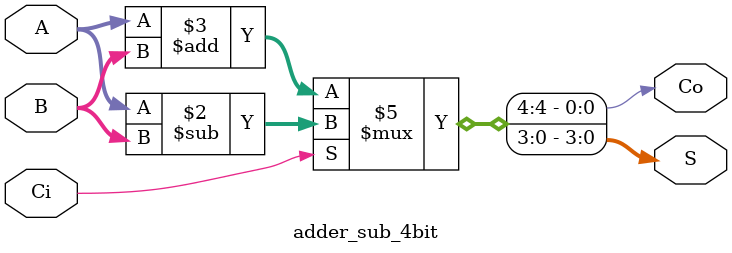
<source format=v>
module adder_sub_4bit (A,B,Ci,S,Co);

parameter data_size = 4;
input [data_size-1:0] A,B;
input Ci;
output [data_size-1:0] S;
output Co;
reg [data_size-1:0] S;
reg Co;

always @ (A or B or Ci)
    if (Ci)
        {Co,S} = A - B;
    else
        {Co,S} = A + B;
endmodule
</source>
